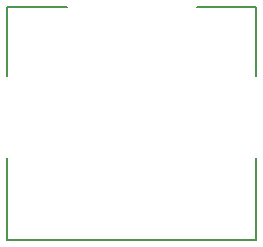
<source format=gbr>
%TF.GenerationSoftware,KiCad,Pcbnew,8.0.8*%
%TF.CreationDate,2025-02-11T09:57:58-05:00*%
%TF.ProjectId,BLERoomSensore,424c4552-6f6f-46d5-9365-6e736f72652e,rev?*%
%TF.SameCoordinates,Original*%
%TF.FileFunction,Legend,Bot*%
%TF.FilePolarity,Positive*%
%FSLAX46Y46*%
G04 Gerber Fmt 4.6, Leading zero omitted, Abs format (unit mm)*
G04 Created by KiCad (PCBNEW 8.0.8) date 2025-02-11 09:57:58*
%MOMM*%
%LPD*%
G01*
G04 APERTURE LIST*
%ADD10C,0.127000*%
G04 APERTURE END LIST*
D10*
%TO.C,BT1*%
X149950000Y-87850000D02*
X128850000Y-87850000D01*
X149950000Y-80900000D02*
X149950000Y-87850000D01*
X149950000Y-73900000D02*
X149950000Y-68050000D01*
X149950000Y-68050000D02*
X144900000Y-68050000D01*
X133900000Y-68050000D02*
X128850000Y-68050000D01*
X128850000Y-87850000D02*
X128850000Y-80900000D01*
X128850000Y-68050000D02*
X128850000Y-73900000D01*
%TD*%
M02*

</source>
